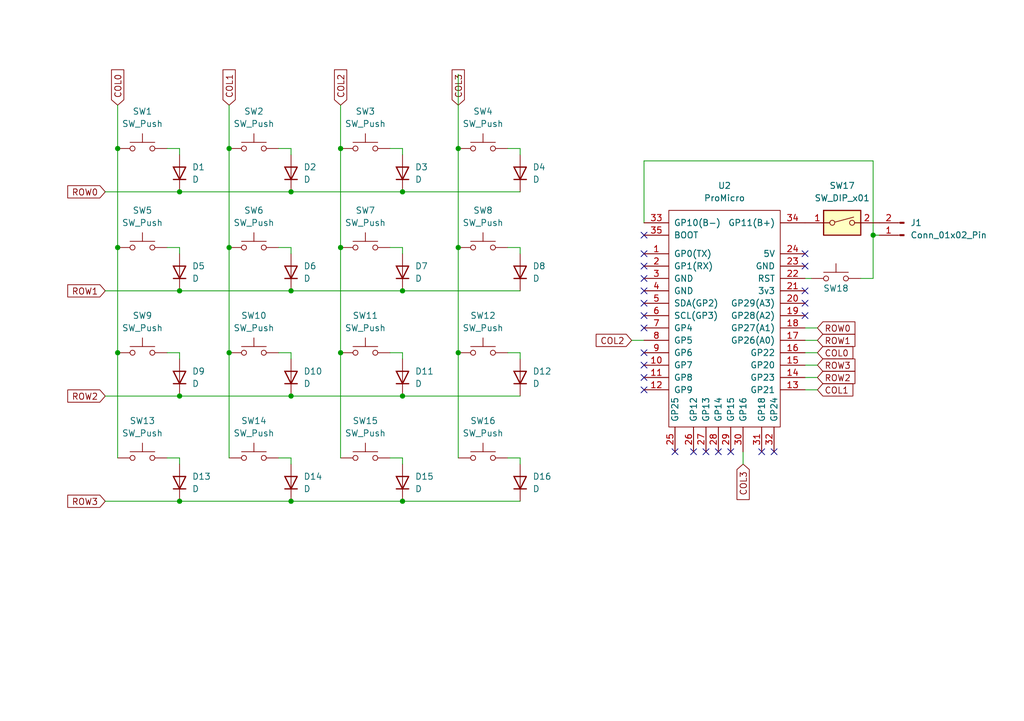
<source format=kicad_sch>
(kicad_sch (version 20250114) (generator "eeschema") (generator_version "9.0")
  (paper "A5")
  (lib_symbols
    (symbol "Connector:Conn_01x02_Pin" (pin_names (offset 1.016) (hide yes))
      (property "Reference" "J" (at 0 2.54 0))
      (property "Value" "Conn_01x02_Pin" (at 0 -5.08 0))
      (symbol "Conn_01x02_Pin_1_1"
        (rectangle (start 0.8636 0.127) (end 0 -0.127) (stroke (width 0.1524)) (fill (type outline)))
        (rectangle (start 0.8636 -2.413) (end 0 -2.667) (stroke (width 0.1524)) (fill (type outline)))
        (polyline (pts (xy 1.27 0) (xy 0.8636 0)) (stroke (width 0.1524)))
        (polyline (pts (xy 1.27 -2.54) (xy 0.8636 -2.54)) (stroke (width 0.1524)))
        (pin passive line (at 5.08 0 180) (length 3.81) (name "Pin_1") (number "1"))
        (pin passive line (at 5.08 -2.54 180) (length 3.81) (name "Pin_2") (number "2"))
      )
    )
    (symbol "Device:D" (pin_numbers (hide yes)) (pin_names (offset 1.016) (hide yes))
      (property "Reference" "D" (at 0 2.54 0))
      (property "Value" "D" (at 0 -2.54 0))
      (symbol "D_0_1"
        (polyline (pts (xy -1.27 1.27) (xy -1.27 -1.27)) (stroke (width 0.254)))
        (polyline (pts (xy 1.27 1.27) (xy 1.27 -1.27) (xy -1.27 0) (xy 1.27 1.27)) (stroke (width 0.254)))
        (polyline (pts (xy 1.27 0) (xy -1.27 0)))
      )
      (symbol "D_1_1"
        (pin passive line (at -3.81 0 0) (length 2.54) (name "K") (number "1"))
        (pin passive line (at 3.81 0 180) (length 2.54) (name "A") (number "2"))
      )
    )
    (symbol "Switch:SW_DIP_x01" (pin_names (offset 0) (hide yes))
      (property "Reference" "SW" (at 0 3.81 0))
      (property "Value" "SW_DIP_x01" (at 0 -3.81 0))
      (symbol "SW_DIP_x01_0_0"
        (circle (center -2.032 0) (radius 0.508))
        (polyline (pts (xy -1.524 0.127) (xy 2.3622 1.1684)))
        (circle (center 2.032 0) (radius 0.508))
      )
      (symbol "SW_DIP_x01_0_1"
        (rectangle (start -3.81 2.54) (end 3.81 -2.54) (stroke (width 0.254)) (fill (type background)))
      )
      (symbol "SW_DIP_x01_1_1"
        (pin passive line (at -7.62 0 0) (length 5.08) (name "~") (number "1"))
        (pin passive line (at 7.62 0 180) (length 5.08) (name "~") (number "2"))
      )
    )
    (symbol "Switch:SW_Push" (pin_numbers (hide yes)) (pin_names (offset 1.016) (hide yes))
      (property "Reference" "SW" (at 1.27 2.54 0))
      (property "Value" "SW_Push" (at 0 -1.524 0))
      (symbol "SW_Push_0_1"
        (circle (center -2.032 0) (radius 0.508))
        (polyline (pts (xy 0 1.27) (xy 0 3.048)))
        (circle (center 2.032 0) (radius 0.508))
        (polyline (pts (xy 2.54 1.27) (xy -2.54 1.27)))
        (pin passive line (at -5.08 0 0) (length 2.54) (name "1") (number "1"))
        (pin passive line (at 5.08 0 180) (length 2.54) (name "2") (number "2"))
      )
    )
    (symbol "TheOneProMicro:ProMicro_2-Lily58-cache" (pin_names (offset 1.016))
      (property "Reference" "U1" (at 0 27.2034 0))
      (property "Value" "ProMicro" (at 0 24.892 0))
      (symbol "ProMicro_2-Lily58-cache_0_1"
        (rectangle (start -11.43 22.86) (end 11.43 -21.59))
      )
      (symbol "ProMicro_2-Lily58-cache_1_1"
        (pin input line (at -16.51 20.32 0) (length 5.08) (name "GP10(B-)") (number "33"))
        (pin input line (at -16.51 17.78 0) (length 5.08) (name "BOOT") (number "35"))
        (pin input line (at -16.51 13.97 0) (length 5.08) (name "GP0(TX)") (number "1"))
        (pin input line (at -16.51 11.43 0) (length 5.08) (name "GP1(RX)") (number "2"))
        (pin input line (at -16.51 8.89 0) (length 5.08) (name "GND") (number "3"))
        (pin input line (at -16.51 6.35 0) (length 5.08) (name "GND") (number "4"))
        (pin input line (at -16.51 3.81 0) (length 5.08) (name "SDA(GP2)") (number "5"))
        (pin input line (at -16.51 1.27 0) (length 5.08) (name "SCL(GP3)") (number "6"))
        (pin input line (at -16.51 -1.27 0) (length 5.08) (name "GP4") (number "7"))
        (pin input line (at -16.51 -3.81 0) (length 5.08) (name "GP5") (number "8"))
        (pin input line (at -16.51 -6.35 0) (length 5.08) (name "GP6") (number "9"))
        (pin input line (at -16.51 -8.89 0) (length 5.08) (name "GP7") (number "10"))
        (pin input line (at -16.51 -11.43 0) (length 5.08) (name "GP8") (number "11"))
        (pin input line (at -16.51 -13.97 0) (length 5.08) (name "GP9") (number "12"))
        (pin input line (at -10.16 -26.67 90) (length 5.08) (name "GP25") (number "25"))
        (pin input line (at -6.35 -26.67 90) (length 5.08) (name "GP12") (number "26"))
        (pin input line (at -3.81 -26.67 90) (length 5.08) (name "GP13") (number "27"))
        (pin input line (at -1.27 -26.67 90) (length 5.08) (name "GP14") (number "28"))
        (pin input line (at 1.27 -26.67 90) (length 5.08) (name "GP15") (number "29"))
        (pin input line (at 3.81 -26.67 90) (length 5.08) (name "GP16") (number "30"))
        (pin input line (at 7.62 -26.67 90) (length 5.08) (name "GP18") (number "31"))
        (pin input line (at 10.16 -26.67 90) (length 5.08) (name "GP24") (number "32"))
        (pin input line (at 16.51 20.32 180) (length 5.08) (name "GP11(B+)") (number "34"))
        (pin input line (at 16.51 13.97 180) (length 5.08) (name "5V") (number "24"))
        (pin input line (at 16.51 11.43 180) (length 5.08) (name "GND") (number "23"))
        (pin input line (at 16.51 8.89 180) (length 5.08) (name "RST") (number "22"))
        (pin input line (at 16.51 6.35 180) (length 5.08) (name "3v3") (number "21"))
        (pin input line (at 16.51 3.81 180) (length 5.08) (name "GP29(A3)") (number "20"))
        (pin input line (at 16.51 1.27 180) (length 5.08) (name "GP28(A2)") (number "19"))
        (pin input line (at 16.51 -1.27 180) (length 5.08) (name "GP27(A1)") (number "18"))
        (pin input line (at 16.51 -3.81 180) (length 5.08) (name "GP26(A0)") (number "17"))
        (pin input line (at 16.51 -6.35 180) (length 5.08) (name "GP22") (number "16"))
        (pin input line (at 16.51 -8.89 180) (length 5.08) (name "GP20") (number "15"))
        (pin input line (at 16.51 -11.43 180) (length 5.08) (name "GP23") (number "14"))
        (pin input line (at 16.51 -13.97 180) (length 5.08) (name "GP21") (number "13"))
      )
    )
  )
  (junction (at 36.83 81.28))
  (junction (at 82.55 39.37))
  (junction (at 82.55 59.69))
  (junction (at 69.85 50.8))
  (junction (at 59.69 102.87))
  (junction (at 93.98 30.48))
  (junction (at 36.83 102.87))
  (junction (at 46.99 50.8))
  (junction (at 46.99 72.39))
  (junction (at 59.69 39.37))
  (junction (at 69.85 72.39))
  (junction (at 93.98 72.39))
  (junction (at 24.13 72.39))
  (junction (at 69.85 30.48))
  (junction (at 24.13 30.48))
  (junction (at 82.55 81.28))
  (junction (at 36.83 59.69))
  (junction (at 24.13 50.8))
  (junction (at 82.55 102.87))
  (junction (at 59.69 59.69))
  (junction (at 59.69 81.28))
  (junction (at 46.99 30.48))
  (junction (at 179.07 48.26))
  (junction (at 93.98 50.8))
  (junction (at 36.83 39.37))
  (no_connect (at 149.86 92.71))
  (no_connect (at 138.43 92.71))
  (no_connect (at 132.08 72.39))
  (no_connect (at 147.32 92.71))
  (no_connect (at 132.08 80.01))
  (no_connect (at 165.1 52.07))
  (no_connect (at 132.08 48.26))
  (no_connect (at 132.08 64.77))
  (no_connect (at 132.08 74.93))
  (no_connect (at 132.08 62.23))
  (no_connect (at 132.08 52.07))
  (no_connect (at 165.1 54.61))
  (no_connect (at 132.08 59.69))
  (no_connect (at 165.1 62.23))
  (no_connect (at 132.08 67.31))
  (no_connect (at 165.1 64.77))
  (no_connect (at 132.08 77.47))
  (no_connect (at 158.75 92.71))
  (no_connect (at 144.78 92.71))
  (no_connect (at 142.24 92.71))
  (no_connect (at 165.1 59.69))
  (no_connect (at 156.21 92.71))
  (no_connect (at 132.08 54.61))
  (no_connect (at 132.08 57.15))
  (wire (pts (xy 59.69 39.37) (xy 82.55 39.37)))
  (wire (pts (xy 36.83 81.28) (xy 59.69 81.28)))
  (wire (pts (xy 34.29 50.8) (xy 36.83 50.8)))
  (wire (pts (xy 106.68 30.48) (xy 106.68 31.75)))
  (wire (pts (xy 106.68 93.98) (xy 106.68 95.25)))
  (wire (pts (xy 179.07 48.26) (xy 180.34 48.26)))
  (wire (pts (xy 104.14 50.8) (xy 106.68 50.8)))
  (wire (pts (xy 36.83 59.69) (xy 59.69 59.69)))
  (wire (pts (xy 57.15 50.8) (xy 59.69 50.8)))
  (wire (pts (xy 93.98 72.39) (xy 93.98 93.98)))
  (wire (pts (xy 57.15 93.98) (xy 59.69 93.98)))
  (wire (pts (xy 104.14 72.39) (xy 106.68 72.39)))
  (wire (pts (xy 93.98 30.48) (xy 93.98 50.8)))
  (wire (pts (xy 36.83 30.48) (xy 36.83 31.75)))
  (wire (pts (xy 46.99 30.48) (xy 46.99 50.8)))
  (wire (pts (xy 21.59 39.37) (xy 36.83 39.37)))
  (wire (pts (xy 82.55 59.69) (xy 106.68 59.69)))
  (wire (pts (xy 36.83 50.8) (xy 36.83 52.07)))
  (wire (pts (xy 82.55 39.37) (xy 106.68 39.37)))
  (wire (pts (xy 104.14 30.48) (xy 106.68 30.48)))
  (wire (pts (xy 165.1 67.31) (xy 167.64 67.31)))
  (wire (pts (xy 57.15 30.48) (xy 59.69 30.48)))
  (wire (pts (xy 36.83 102.87) (xy 59.69 102.87)))
  (wire (pts (xy 82.55 30.48) (xy 82.55 31.75)))
  (wire (pts (xy 106.68 72.39) (xy 106.68 73.66)))
  (wire (pts (xy 82.55 72.39) (xy 82.55 73.66)))
  (wire (pts (xy 93.98 15.24) (xy 93.98 30.48)))
  (wire (pts (xy 69.85 21.59) (xy 69.85 30.48)))
  (wire (pts (xy 165.1 72.39) (xy 167.64 72.39)))
  (wire (pts (xy 46.99 50.8) (xy 46.99 72.39)))
  (wire (pts (xy 165.1 69.85) (xy 167.64 69.85)))
  (wire (pts (xy 82.55 93.98) (xy 82.55 95.25)))
  (wire (pts (xy 69.85 72.39) (xy 69.85 93.98)))
  (wire (pts (xy 59.69 81.28) (xy 82.55 81.28)))
  (wire (pts (xy 167.64 77.47) (xy 165.1 77.47)))
  (wire (pts (xy 59.69 50.8) (xy 59.69 52.07)))
  (wire (pts (xy 82.55 102.87) (xy 106.68 102.87)))
  (wire (pts (xy 82.55 50.8) (xy 82.55 52.07)))
  (wire (pts (xy 21.59 59.69) (xy 36.83 59.69)))
  (wire (pts (xy 24.13 50.8) (xy 24.13 72.39)))
  (wire (pts (xy 132.08 33.02) (xy 179.07 33.02)))
  (wire (pts (xy 129.54 69.85) (xy 132.08 69.85)))
  (wire (pts (xy 46.99 72.39) (xy 46.99 93.98)))
  (wire (pts (xy 176.53 57.15) (xy 179.07 57.15)))
  (wire (pts (xy 59.69 93.98) (xy 59.69 95.25)))
  (wire (pts (xy 165.1 80.01) (xy 167.64 80.01)))
  (wire (pts (xy 104.14 93.98) (xy 106.68 93.98)))
  (wire (pts (xy 179.07 33.02) (xy 179.07 48.26)))
  (wire (pts (xy 106.68 50.8) (xy 106.68 52.07)))
  (wire (pts (xy 36.83 72.39) (xy 36.83 73.66)))
  (wire (pts (xy 59.69 30.48) (xy 59.69 31.75)))
  (wire (pts (xy 93.98 50.8) (xy 93.98 72.39)))
  (wire (pts (xy 34.29 93.98) (xy 36.83 93.98)))
  (wire (pts (xy 179.07 57.15) (xy 179.07 48.26)))
  (wire (pts (xy 21.59 102.87) (xy 36.83 102.87)))
  (wire (pts (xy 36.83 39.37) (xy 59.69 39.37)))
  (wire (pts (xy 132.08 45.72) (xy 132.08 33.02)))
  (wire (pts (xy 165.1 57.15) (xy 166.37 57.15)))
  (wire (pts (xy 34.29 72.39) (xy 36.83 72.39)))
  (wire (pts (xy 152.4 95.25) (xy 152.4 92.71)))
  (wire (pts (xy 59.69 102.87) (xy 82.55 102.87)))
  (wire (pts (xy 80.01 30.48) (xy 82.55 30.48)))
  (wire (pts (xy 36.83 93.98) (xy 36.83 95.25)))
  (wire (pts (xy 59.69 72.39) (xy 59.69 73.66)))
  (wire (pts (xy 24.13 21.59) (xy 24.13 30.48)))
  (wire (pts (xy 80.01 50.8) (xy 82.55 50.8)))
  (wire (pts (xy 80.01 93.98) (xy 82.55 93.98)))
  (wire (pts (xy 69.85 30.48) (xy 69.85 50.8)))
  (wire (pts (xy 21.59 81.28) (xy 36.83 81.28)))
  (wire (pts (xy 59.69 59.69) (xy 82.55 59.69)))
  (wire (pts (xy 46.99 21.59) (xy 46.99 30.48)))
  (wire (pts (xy 165.1 74.93) (xy 167.64 74.93)))
  (wire (pts (xy 34.29 30.48) (xy 36.83 30.48)))
  (wire (pts (xy 82.55 81.28) (xy 106.68 81.28)))
  (wire (pts (xy 69.85 50.8) (xy 69.85 72.39)))
  (wire (pts (xy 24.13 72.39) (xy 24.13 93.98)))
  (wire (pts (xy 80.01 72.39) (xy 82.55 72.39)))
  (wire (pts (xy 24.13 30.48) (xy 24.13 50.8)))
  (wire (pts (xy 57.15 72.39) (xy 59.69 72.39)))
  (global_label "ROW0" (shape input) (at 21.59 39.37 180) (property "Intersheetrefs" "${INTERSHEET_REFS}" (effects (hide yes))))
  (global_label "ROW0" (shape input) (at 167.64 67.31 0) (property "Intersheetrefs" "${INTERSHEET_REFS}" (effects (hide yes))))
  (global_label "COL1" (shape input) (at 46.99 21.59 90) (property "Intersheetrefs" "${INTERSHEET_REFS}" (effects (hide yes))))
  (global_label "COL3" (shape input) (at 93.98 21.59 90) (property "Intersheetrefs" "${INTERSHEET_REFS}" (effects (hide yes))))
  (global_label "ROW3" (shape input) (at 21.59 102.87 180) (property "Intersheetrefs" "${INTERSHEET_REFS}" (effects (hide yes))))
  (global_label "ROW2" (shape input) (at 21.59 81.28 180) (property "Intersheetrefs" "${INTERSHEET_REFS}" (effects (hide yes))))
  (global_label "ROW1" (shape input) (at 167.64 69.85 0) (property "Intersheetrefs" "${INTERSHEET_REFS}" (effects (hide yes))))
  (global_label "COL0" (shape input) (at 24.13 21.59 90) (property "Intersheetrefs" "${INTERSHEET_REFS}" (effects (hide yes))))
  (global_label "COL2" (shape input) (at 69.85 21.59 90) (property "Intersheetrefs" "${INTERSHEET_REFS}" (effects (hide yes))))
  (global_label "COL0" (shape input) (at 167.64 72.39 0) (property "Intersheetrefs" "${INTERSHEET_REFS}" (effects (hide yes))))
  (global_label "ROW3" (shape input) (at 167.64 74.93 0) (property "Intersheetrefs" "${INTERSHEET_REFS}" (effects (hide yes))))
  (global_label "COL2" (shape input) (at 129.54 69.85 180) (property "Intersheetrefs" "${INTERSHEET_REFS}" (effects (hide yes))))
  (global_label "COL3" (shape input) (at 152.4 95.25 270) (property "Intersheetrefs" "${INTERSHEET_REFS}" (effects (hide yes))))
  (global_label "ROW2" (shape input) (at 167.64 77.47 0) (property "Intersheetrefs" "${INTERSHEET_REFS}" (effects (hide yes))))
  (global_label "ROW1" (shape input) (at 21.59 59.69 180) (property "Intersheetrefs" "${INTERSHEET_REFS}" (effects (hide yes))))
  (global_label "COL1" (shape input) (at 167.64 80.01 0) (property "Intersheetrefs" "${INTERSHEET_REFS}" (effects (hide yes))))
  (symbol (lib_id "Switch:SW_DIP_x01") (at 172.72 45.72 0) (unit 1)
    (property "Reference" "SW17" (at 172.72 38.1 0))
    (property "Value" "SW_DIP_x01" (at 172.72 40.64 0))
    (property "Footprint" "Button_Switch_SMD:SW_SPDT_Shouhan_MSK12C02" (effects (hide yes)))
  )
  (symbol (lib_id "Connector:Conn_01x02_Pin") (at 185.42 48.26 180) (unit 1)
    (property "Reference" "J1" (at 186.69 45.7199 0) (effects (justify right)))
    (property "Value" "Conn_01x02_Pin" (at 186.69 48.2599 0) (effects (justify right)))
    (property "Footprint" "Connector_PinHeader_2.54mm:PinHeader_1x02_P2.54mm_Vertical" (effects (hide yes)))
  )
  (symbol (lib_id "Device:D") (at 82.55 77.47 90) (unit 1)
    (property "Reference" "D11" (at 85.09 76.2 90) (effects (justify right)))
    (property "Value" "D" (at 85.09 78.74 90) (effects (justify right)))
    (property "Footprint" "Diode_SMD:D_SOD-323" (effects (hide yes)))
    (property "Sim.Device" "D" (effects (hide yes)))
    (property "Sim.Pins" "1=K 2=A" (effects (hide yes)))
    (property "LCSC" "C2128" (effects (hide yes)))
  )
  (symbol (lib_id "Switch:SW_Push") (at 29.21 93.98 0) (unit 1)
    (property "Reference" "SW13" (at 29.21 86.36 0))
    (property "Value" "SW_Push" (at 29.21 88.9 0))
    (property "Footprint" "key-switches:SW_MX_Kailh_Choc_V1V2_HotSwap_Hybrid" (effects (hide yes)))
  )
  (symbol (lib_id "Switch:SW_Push") (at 99.06 72.39 0) (unit 1)
    (property "Reference" "SW12" (at 99.06 64.77 0))
    (property "Value" "SW_Push" (at 99.06 67.31 0))
    (property "Footprint" "key-switches:SW_MX_Kailh_Choc_V1V2_HotSwap_Hybrid" (effects (hide yes)))
  )
  (symbol (lib_id "Switch:SW_Push") (at 52.07 50.8 0) (unit 1)
    (property "Reference" "SW6" (at 52.07 43.18 0))
    (property "Value" "SW_Push" (at 52.07 45.72 0))
    (property "Footprint" "key-switches:SW_MX_Kailh_Choc_V1V2_HotSwap_Hybrid" (effects (hide yes)))
  )
  (symbol (lib_id "Device:D") (at 82.55 35.56 90) (unit 1)
    (property "Reference" "D3" (at 85.09 34.29 90) (effects (justify right)))
    (property "Value" "D" (at 85.09 36.83 90) (effects (justify right)))
    (property "Footprint" "Diode_SMD:D_SOD-323" (effects (hide yes)))
    (property "Sim.Device" "D" (effects (hide yes)))
    (property "Sim.Pins" "1=K 2=A" (effects (hide yes)))
    (property "LCSC" "C2128" (effects (hide yes)))
  )
  (symbol (lib_id "Switch:SW_Push") (at 29.21 30.48 0) (unit 1)
    (property "Reference" "SW1" (at 29.21 22.86 0))
    (property "Value" "SW_Push" (at 29.21 25.4 0))
    (property "Footprint" "key-switches:SW_MX_Kailh_Choc_V1V2_HotSwap_Hybrid" (effects (hide yes)))
  )
  (symbol (lib_id "Device:D") (at 59.69 99.06 90) (unit 1)
    (property "Reference" "D14" (at 62.23 97.79 90) (effects (justify right)))
    (property "Value" "D" (at 62.23 100.33 90) (effects (justify right)))
    (property "Footprint" "Diode_SMD:D_SOD-323" (effects (hide yes)))
    (property "Sim.Device" "D" (effects (hide yes)))
    (property "Sim.Pins" "1=K 2=A" (effects (hide yes)))
    (property "LCSC" "C2128" (effects (hide yes)))
  )
  (symbol (lib_id "Switch:SW_Push") (at 29.21 50.8 0) (unit 1)
    (property "Reference" "SW5" (at 29.21 43.18 0))
    (property "Value" "SW_Push" (at 29.21 45.72 0))
    (property "Footprint" "key-switches:SW_MX_Kailh_Choc_V1V2_HotSwap_Hybrid" (effects (hide yes)))
  )
  (symbol (lib_id "Switch:SW_Push") (at 99.06 93.98 0) (unit 1)
    (property "Reference" "SW16" (at 99.06 86.36 0))
    (property "Value" "SW_Push" (at 99.06 88.9 0))
    (property "Footprint" "key-switches:SW_MX_Kailh_Choc_V1V2_HotSwap_Hybrid" (effects (hide yes)))
  )
  (symbol (lib_id "Switch:SW_Push") (at 29.21 72.39 0) (unit 1)
    (property "Reference" "SW9" (at 29.21 64.77 0))
    (property "Value" "SW_Push" (at 29.21 67.31 0))
    (property "Footprint" "key-switches:SW_MX_Kailh_Choc_V1V2_HotSwap_Hybrid" (effects (hide yes)))
  )
  (symbol (lib_id "Device:D") (at 36.83 35.56 90) (unit 1)
    (property "Reference" "D1" (at 39.37 34.29 90) (effects (justify right)))
    (property "Value" "D" (at 39.37 36.83 90) (effects (justify right)))
    (property "Footprint" "Diode_SMD:D_SOD-323" (effects (hide yes)))
    (property "Sim.Device" "D" (effects (hide yes)))
    (property "Sim.Pins" "1=K 2=A" (effects (hide yes)))
    (property "LCSC" "C2128" (effects (hide yes)))
  )
  (symbol (lib_id "Switch:SW_Push") (at 52.07 93.98 0) (unit 1)
    (property "Reference" "SW14" (at 52.07 86.36 0))
    (property "Value" "SW_Push" (at 52.07 88.9 0))
    (property "Footprint" "key-switches:SW_MX_Kailh_Choc_V1V2_HotSwap_Hybrid" (effects (hide yes)))
  )
  (symbol (lib_id "TheOneProMicro:ProMicro_2-Lily58-cache") (at 148.59 66.04 0) (unit 1)
    (property "Reference" "U2" (at 148.59 38.1 0))
    (property "Value" "ProMicro" (at 148.59 40.64 0))
    (property "Footprint" "TheOneProMicro:TheOneProMacro" (effects (hide yes)))
  )
  (symbol (lib_id "Switch:SW_Push") (at 171.45 57.15 0) (unit 1)
    (property "Reference" "SW18" (at 171.45 59.182 0))
    (property "Value" "SW_Push" (effects (hide yes)))
    (property "Footprint" "Button_Switch_SMD:SW_SPST_EVQP2_MiddlePushTravel_H2.5mm" (effects (hide yes)))
  )
  (symbol (lib_id "Device:D") (at 59.69 77.47 90) (unit 1)
    (property "Reference" "D10" (at 62.23 76.2 90) (effects (justify right)))
    (property "Value" "D" (at 62.23 78.74 90) (effects (justify right)))
    (property "Footprint" "Diode_SMD:D_SOD-323" (effects (hide yes)))
    (property "Sim.Device" "D" (effects (hide yes)))
    (property "Sim.Pins" "1=K 2=A" (effects (hide yes)))
    (property "LCSC" "C2128" (effects (hide yes)))
  )
  (symbol (lib_id "Switch:SW_Push") (at 99.06 30.48 0) (unit 1)
    (property "Reference" "SW4" (at 99.06 22.86 0))
    (property "Value" "SW_Push" (at 99.06 25.4 0))
    (property "Footprint" "key-switches:SW_MX_Kailh_Choc_V1V2_HotSwap_Hybrid" (effects (hide yes)))
  )
  (symbol (lib_id "Device:D") (at 82.55 55.88 90) (unit 1)
    (property "Reference" "D7" (at 85.09 54.61 90) (effects (justify right)))
    (property "Value" "D" (at 85.09 57.15 90) (effects (justify right)))
    (property "Footprint" "Diode_SMD:D_SOD-323" (effects (hide yes)))
    (property "Sim.Device" "D" (effects (hide yes)))
    (property "Sim.Pins" "1=K 2=A" (effects (hide yes)))
    (property "LCSC" "C2128" (effects (hide yes)))
  )
  (symbol (lib_id "Device:D") (at 106.68 99.06 90) (unit 1)
    (property "Reference" "D16" (at 109.22 97.79 90) (effects (justify right)))
    (property "Value" "D" (at 109.22 100.33 90) (effects (justify right)))
    (property "Footprint" "Diode_SMD:D_SOD-323" (effects (hide yes)))
    (property "Sim.Device" "D" (effects (hide yes)))
    (property "Sim.Pins" "1=K 2=A" (effects (hide yes)))
    (property "LCSC" "C2128" (effects (hide yes)))
  )
  (symbol (lib_id "Device:D") (at 36.83 77.47 90) (unit 1)
    (property "Reference" "D9" (at 39.37 76.2 90) (effects (justify right)))
    (property "Value" "D" (at 39.37 78.74 90) (effects (justify right)))
    (property "Footprint" "Diode_SMD:D_SOD-323" (effects (hide yes)))
    (property "Sim.Device" "D" (effects (hide yes)))
    (property "Sim.Pins" "1=K 2=A" (effects (hide yes)))
    (property "LCSC" "C2128" (effects (hide yes)))
  )
  (symbol (lib_id "Device:D") (at 106.68 35.56 90) (unit 1)
    (property "Reference" "D4" (at 109.22 34.29 90) (effects (justify right)))
    (property "Value" "D" (at 109.22 36.83 90) (effects (justify right)))
    (property "Footprint" "Diode_SMD:D_SOD-323" (effects (hide yes)))
    (property "Sim.Device" "D" (effects (hide yes)))
    (property "Sim.Pins" "1=K 2=A" (effects (hide yes)))
    (property "LCSC" "C2128" (effects (hide yes)))
  )
  (symbol (lib_id "Device:D") (at 82.55 99.06 90) (unit 1)
    (property "Reference" "D15" (at 85.09 97.79 90) (effects (justify right)))
    (property "Value" "D" (at 85.09 100.33 90) (effects (justify right)))
    (property "Footprint" "Diode_SMD:D_SOD-323" (effects (hide yes)))
    (property "Sim.Device" "D" (effects (hide yes)))
    (property "Sim.Pins" "1=K 2=A" (effects (hide yes)))
    (property "LCSC" "C2128" (effects (hide yes)))
  )
  (symbol (lib_id "Switch:SW_Push") (at 74.93 93.98 0) (unit 1)
    (property "Reference" "SW15" (at 74.93 86.36 0))
    (property "Value" "SW_Push" (at 74.93 88.9 0))
    (property "Footprint" "key-switches:SW_MX_Kailh_Choc_V1V2_HotSwap_Hybrid" (effects (hide yes)))
  )
  (symbol (lib_id "Switch:SW_Push") (at 74.93 72.39 0) (unit 1)
    (property "Reference" "SW11" (at 74.93 64.77 0))
    (property "Value" "SW_Push" (at 74.93 67.31 0))
    (property "Footprint" "key-switches:SW_MX_Kailh_Choc_V1V2_HotSwap_Hybrid" (effects (hide yes)))
  )
  (symbol (lib_id "Device:D") (at 106.68 55.88 90) (unit 1)
    (property "Reference" "D8" (at 109.22 54.61 90) (effects (justify right)))
    (property "Value" "D" (at 109.22 57.15 90) (effects (justify right)))
    (property "Footprint" "Diode_SMD:D_SOD-323" (effects (hide yes)))
    (property "Sim.Device" "D" (effects (hide yes)))
    (property "Sim.Pins" "1=K 2=A" (effects (hide yes)))
    (property "LCSC" "C2128" (effects (hide yes)))
  )
  (symbol (lib_id "Device:D") (at 59.69 55.88 90) (unit 1)
    (property "Reference" "D6" (at 62.23 54.61 90) (effects (justify right)))
    (property "Value" "D" (at 62.23 57.15 90) (effects (justify right)))
    (property "Footprint" "Diode_SMD:D_SOD-323" (effects (hide yes)))
    (property "Sim.Device" "D" (effects (hide yes)))
    (property "Sim.Pins" "1=K 2=A" (effects (hide yes)))
    (property "LCSC" "C2128" (effects (hide yes)))
  )
  (symbol (lib_id "Device:D") (at 36.83 99.06 90) (unit 1)
    (property "Reference" "D13" (at 39.37 97.79 90) (effects (justify right)))
    (property "Value" "D" (at 39.37 100.33 90) (effects (justify right)))
    (property "Footprint" "Diode_SMD:D_SOD-323" (effects (hide yes)))
    (property "Sim.Device" "D" (effects (hide yes)))
    (property "Sim.Pins" "1=K 2=A" (effects (hide yes)))
    (property "LCSC" "C2128" (effects (hide yes)))
  )
  (symbol (lib_id "Switch:SW_Push") (at 52.07 30.48 0) (unit 1)
    (property "Reference" "SW2" (at 52.07 22.86 0))
    (property "Value" "SW_Push" (at 52.07 25.4 0))
    (property "Footprint" "key-switches:SW_MX_Kailh_Choc_V1V2_HotSwap_Hybrid" (effects (hide yes)))
  )
  (symbol (lib_id "Switch:SW_Push") (at 74.93 30.48 0) (unit 1)
    (property "Reference" "SW3" (at 74.93 22.86 0))
    (property "Value" "SW_Push" (at 74.93 25.4 0))
    (property "Footprint" "key-switches:SW_MX_Kailh_Choc_V1V2_HotSwap_Hybrid" (effects (hide yes)))
  )
  (symbol (lib_id "Switch:SW_Push") (at 52.07 72.39 0) (unit 1)
    (property "Reference" "SW10" (at 52.07 64.77 0))
    (property "Value" "SW_Push" (at 52.07 67.31 0))
    (property "Footprint" "key-switches:SW_MX_Kailh_Choc_V1V2_HotSwap_Hybrid" (effects (hide yes)))
  )
  (symbol (lib_id "Switch:SW_Push") (at 74.93 50.8 0) (unit 1)
    (property "Reference" "SW7" (at 74.93 43.18 0))
    (property "Value" "SW_Push" (at 74.93 45.72 0))
    (property "Footprint" "key-switches:SW_MX_Kailh_Choc_V1V2_HotSwap_Hybrid" (effects (hide yes)))
  )
  (symbol (lib_id "Device:D") (at 36.83 55.88 90) (unit 1)
    (property "Reference" "D5" (at 39.37 54.61 90) (effects (justify right)))
    (property "Value" "D" (at 39.37 57.15 90) (effects (justify right)))
    (property "Footprint" "Diode_SMD:D_SOD-323" (effects (hide yes)))
    (property "Sim.Device" "D" (effects (hide yes)))
    (property "Sim.Pins" "1=K 2=A" (effects (hide yes)))
    (property "LCSC" "C2128" (effects (hide yes)))
  )
  (symbol (lib_id "Device:D") (at 106.68 77.47 90) (unit 1)
    (property "Reference" "D12" (at 109.22 76.2 90) (effects (justify right)))
    (property "Value" "D" (at 109.22 78.74 90) (effects (justify right)))
    (property "Footprint" "Diode_SMD:D_SOD-323" (effects (hide yes)))
    (property "Sim.Device" "D" (effects (hide yes)))
    (property "Sim.Pins" "1=K 2=A" (effects (hide yes)))
    (property "LCSC" "C2128" (effects (hide yes)))
  )
  (symbol (lib_id "Device:D") (at 59.69 35.56 90) (unit 1)
    (property "Reference" "D2" (at 62.23 34.29 90) (effects (justify right)))
    (property "Value" "D" (at 62.23 36.83 90) (effects (justify right)))
    (property "Footprint" "Diode_SMD:D_SOD-323" (effects (hide yes)))
    (property "Sim.Device" "D" (effects (hide yes)))
    (property "Sim.Pins" "1=K 2=A" (effects (hide yes)))
    (property "LCSC" "C2128" (effects (hide yes)))
  )
  (symbol (lib_id "Switch:SW_Push") (at 99.06 50.8 0) (unit 1)
    (property "Reference" "SW8" (at 99.06 43.18 0))
    (property "Value" "SW_Push" (at 99.06 45.72 0))
    (property "Footprint" "key-switches:SW_MX_Kailh_Choc_V1V2_HotSwap_Hybrid" (effects (hide yes)))
  )
)
</source>
